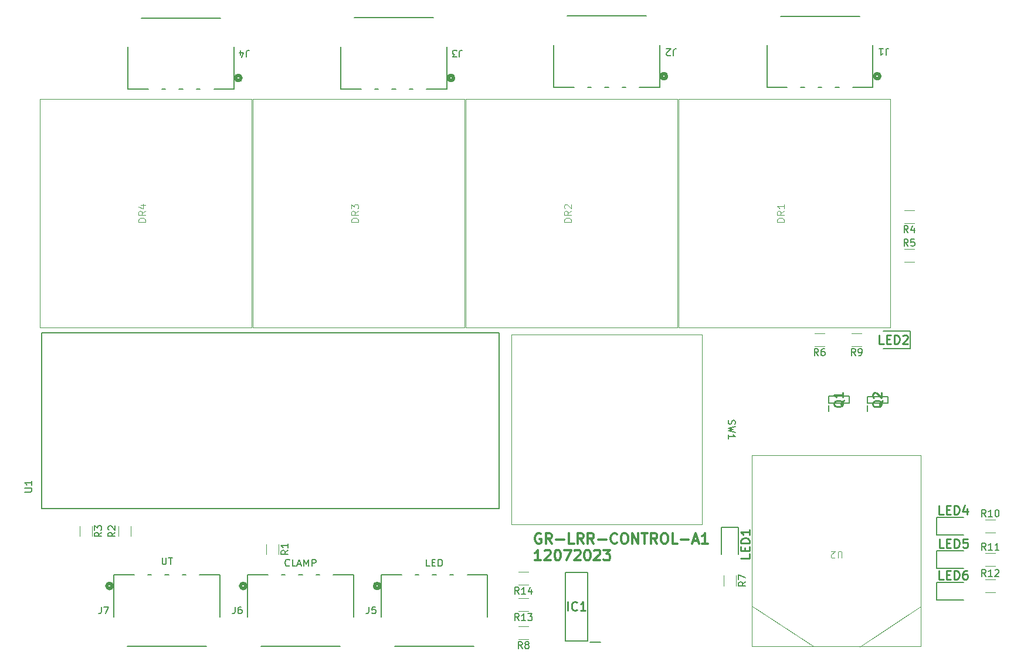
<source format=gbr>
%TF.GenerationSoftware,KiCad,Pcbnew,7.0.8*%
%TF.CreationDate,2023-12-07T17:58:44-07:00*%
%TF.ProjectId,GR-LRR-CONTROL-PCB,47522d4c-5252-42d4-934f-4e54524f4c2d,rev?*%
%TF.SameCoordinates,Original*%
%TF.FileFunction,Legend,Top*%
%TF.FilePolarity,Positive*%
%FSLAX46Y46*%
G04 Gerber Fmt 4.6, Leading zero omitted, Abs format (unit mm)*
G04 Created by KiCad (PCBNEW 7.0.8) date 2023-12-07 17:58:44*
%MOMM*%
%LPD*%
G01*
G04 APERTURE LIST*
%ADD10C,0.300000*%
%ADD11C,0.150000*%
%ADD12C,0.254000*%
%ADD13C,0.100000*%
%ADD14C,0.200000*%
%ADD15C,0.127000*%
%ADD16C,0.120000*%
%ADD17C,0.508000*%
%ADD18C,0.152400*%
G04 APERTURE END LIST*
D10*
X116275225Y-113686257D02*
X116132368Y-113614828D01*
X116132368Y-113614828D02*
X115918082Y-113614828D01*
X115918082Y-113614828D02*
X115703796Y-113686257D01*
X115703796Y-113686257D02*
X115560939Y-113829114D01*
X115560939Y-113829114D02*
X115489510Y-113971971D01*
X115489510Y-113971971D02*
X115418082Y-114257685D01*
X115418082Y-114257685D02*
X115418082Y-114471971D01*
X115418082Y-114471971D02*
X115489510Y-114757685D01*
X115489510Y-114757685D02*
X115560939Y-114900542D01*
X115560939Y-114900542D02*
X115703796Y-115043400D01*
X115703796Y-115043400D02*
X115918082Y-115114828D01*
X115918082Y-115114828D02*
X116060939Y-115114828D01*
X116060939Y-115114828D02*
X116275225Y-115043400D01*
X116275225Y-115043400D02*
X116346653Y-114971971D01*
X116346653Y-114971971D02*
X116346653Y-114471971D01*
X116346653Y-114471971D02*
X116060939Y-114471971D01*
X117846653Y-115114828D02*
X117346653Y-114400542D01*
X116989510Y-115114828D02*
X116989510Y-113614828D01*
X116989510Y-113614828D02*
X117560939Y-113614828D01*
X117560939Y-113614828D02*
X117703796Y-113686257D01*
X117703796Y-113686257D02*
X117775225Y-113757685D01*
X117775225Y-113757685D02*
X117846653Y-113900542D01*
X117846653Y-113900542D02*
X117846653Y-114114828D01*
X117846653Y-114114828D02*
X117775225Y-114257685D01*
X117775225Y-114257685D02*
X117703796Y-114329114D01*
X117703796Y-114329114D02*
X117560939Y-114400542D01*
X117560939Y-114400542D02*
X116989510Y-114400542D01*
X118489510Y-114543400D02*
X119632368Y-114543400D01*
X121060939Y-115114828D02*
X120346653Y-115114828D01*
X120346653Y-115114828D02*
X120346653Y-113614828D01*
X122418082Y-115114828D02*
X121918082Y-114400542D01*
X121560939Y-115114828D02*
X121560939Y-113614828D01*
X121560939Y-113614828D02*
X122132368Y-113614828D01*
X122132368Y-113614828D02*
X122275225Y-113686257D01*
X122275225Y-113686257D02*
X122346654Y-113757685D01*
X122346654Y-113757685D02*
X122418082Y-113900542D01*
X122418082Y-113900542D02*
X122418082Y-114114828D01*
X122418082Y-114114828D02*
X122346654Y-114257685D01*
X122346654Y-114257685D02*
X122275225Y-114329114D01*
X122275225Y-114329114D02*
X122132368Y-114400542D01*
X122132368Y-114400542D02*
X121560939Y-114400542D01*
X123918082Y-115114828D02*
X123418082Y-114400542D01*
X123060939Y-115114828D02*
X123060939Y-113614828D01*
X123060939Y-113614828D02*
X123632368Y-113614828D01*
X123632368Y-113614828D02*
X123775225Y-113686257D01*
X123775225Y-113686257D02*
X123846654Y-113757685D01*
X123846654Y-113757685D02*
X123918082Y-113900542D01*
X123918082Y-113900542D02*
X123918082Y-114114828D01*
X123918082Y-114114828D02*
X123846654Y-114257685D01*
X123846654Y-114257685D02*
X123775225Y-114329114D01*
X123775225Y-114329114D02*
X123632368Y-114400542D01*
X123632368Y-114400542D02*
X123060939Y-114400542D01*
X124560939Y-114543400D02*
X125703797Y-114543400D01*
X127275225Y-114971971D02*
X127203797Y-115043400D01*
X127203797Y-115043400D02*
X126989511Y-115114828D01*
X126989511Y-115114828D02*
X126846654Y-115114828D01*
X126846654Y-115114828D02*
X126632368Y-115043400D01*
X126632368Y-115043400D02*
X126489511Y-114900542D01*
X126489511Y-114900542D02*
X126418082Y-114757685D01*
X126418082Y-114757685D02*
X126346654Y-114471971D01*
X126346654Y-114471971D02*
X126346654Y-114257685D01*
X126346654Y-114257685D02*
X126418082Y-113971971D01*
X126418082Y-113971971D02*
X126489511Y-113829114D01*
X126489511Y-113829114D02*
X126632368Y-113686257D01*
X126632368Y-113686257D02*
X126846654Y-113614828D01*
X126846654Y-113614828D02*
X126989511Y-113614828D01*
X126989511Y-113614828D02*
X127203797Y-113686257D01*
X127203797Y-113686257D02*
X127275225Y-113757685D01*
X128203797Y-113614828D02*
X128489511Y-113614828D01*
X128489511Y-113614828D02*
X128632368Y-113686257D01*
X128632368Y-113686257D02*
X128775225Y-113829114D01*
X128775225Y-113829114D02*
X128846654Y-114114828D01*
X128846654Y-114114828D02*
X128846654Y-114614828D01*
X128846654Y-114614828D02*
X128775225Y-114900542D01*
X128775225Y-114900542D02*
X128632368Y-115043400D01*
X128632368Y-115043400D02*
X128489511Y-115114828D01*
X128489511Y-115114828D02*
X128203797Y-115114828D01*
X128203797Y-115114828D02*
X128060940Y-115043400D01*
X128060940Y-115043400D02*
X127918082Y-114900542D01*
X127918082Y-114900542D02*
X127846654Y-114614828D01*
X127846654Y-114614828D02*
X127846654Y-114114828D01*
X127846654Y-114114828D02*
X127918082Y-113829114D01*
X127918082Y-113829114D02*
X128060940Y-113686257D01*
X128060940Y-113686257D02*
X128203797Y-113614828D01*
X129489511Y-115114828D02*
X129489511Y-113614828D01*
X129489511Y-113614828D02*
X130346654Y-115114828D01*
X130346654Y-115114828D02*
X130346654Y-113614828D01*
X130846655Y-113614828D02*
X131703798Y-113614828D01*
X131275226Y-115114828D02*
X131275226Y-113614828D01*
X133060940Y-115114828D02*
X132560940Y-114400542D01*
X132203797Y-115114828D02*
X132203797Y-113614828D01*
X132203797Y-113614828D02*
X132775226Y-113614828D01*
X132775226Y-113614828D02*
X132918083Y-113686257D01*
X132918083Y-113686257D02*
X132989512Y-113757685D01*
X132989512Y-113757685D02*
X133060940Y-113900542D01*
X133060940Y-113900542D02*
X133060940Y-114114828D01*
X133060940Y-114114828D02*
X132989512Y-114257685D01*
X132989512Y-114257685D02*
X132918083Y-114329114D01*
X132918083Y-114329114D02*
X132775226Y-114400542D01*
X132775226Y-114400542D02*
X132203797Y-114400542D01*
X133989512Y-113614828D02*
X134275226Y-113614828D01*
X134275226Y-113614828D02*
X134418083Y-113686257D01*
X134418083Y-113686257D02*
X134560940Y-113829114D01*
X134560940Y-113829114D02*
X134632369Y-114114828D01*
X134632369Y-114114828D02*
X134632369Y-114614828D01*
X134632369Y-114614828D02*
X134560940Y-114900542D01*
X134560940Y-114900542D02*
X134418083Y-115043400D01*
X134418083Y-115043400D02*
X134275226Y-115114828D01*
X134275226Y-115114828D02*
X133989512Y-115114828D01*
X133989512Y-115114828D02*
X133846655Y-115043400D01*
X133846655Y-115043400D02*
X133703797Y-114900542D01*
X133703797Y-114900542D02*
X133632369Y-114614828D01*
X133632369Y-114614828D02*
X133632369Y-114114828D01*
X133632369Y-114114828D02*
X133703797Y-113829114D01*
X133703797Y-113829114D02*
X133846655Y-113686257D01*
X133846655Y-113686257D02*
X133989512Y-113614828D01*
X135989512Y-115114828D02*
X135275226Y-115114828D01*
X135275226Y-115114828D02*
X135275226Y-113614828D01*
X136489512Y-114543400D02*
X137632370Y-114543400D01*
X138275227Y-114686257D02*
X138989513Y-114686257D01*
X138132370Y-115114828D02*
X138632370Y-113614828D01*
X138632370Y-113614828D02*
X139132370Y-115114828D01*
X140418084Y-115114828D02*
X139560941Y-115114828D01*
X139989512Y-115114828D02*
X139989512Y-113614828D01*
X139989512Y-113614828D02*
X139846655Y-113829114D01*
X139846655Y-113829114D02*
X139703798Y-113971971D01*
X139703798Y-113971971D02*
X139560941Y-114043400D01*
X116275225Y-117529828D02*
X115418082Y-117529828D01*
X115846653Y-117529828D02*
X115846653Y-116029828D01*
X115846653Y-116029828D02*
X115703796Y-116244114D01*
X115703796Y-116244114D02*
X115560939Y-116386971D01*
X115560939Y-116386971D02*
X115418082Y-116458400D01*
X116846653Y-116172685D02*
X116918081Y-116101257D01*
X116918081Y-116101257D02*
X117060939Y-116029828D01*
X117060939Y-116029828D02*
X117418081Y-116029828D01*
X117418081Y-116029828D02*
X117560939Y-116101257D01*
X117560939Y-116101257D02*
X117632367Y-116172685D01*
X117632367Y-116172685D02*
X117703796Y-116315542D01*
X117703796Y-116315542D02*
X117703796Y-116458400D01*
X117703796Y-116458400D02*
X117632367Y-116672685D01*
X117632367Y-116672685D02*
X116775224Y-117529828D01*
X116775224Y-117529828D02*
X117703796Y-117529828D01*
X118632367Y-116029828D02*
X118775224Y-116029828D01*
X118775224Y-116029828D02*
X118918081Y-116101257D01*
X118918081Y-116101257D02*
X118989510Y-116172685D01*
X118989510Y-116172685D02*
X119060938Y-116315542D01*
X119060938Y-116315542D02*
X119132367Y-116601257D01*
X119132367Y-116601257D02*
X119132367Y-116958400D01*
X119132367Y-116958400D02*
X119060938Y-117244114D01*
X119060938Y-117244114D02*
X118989510Y-117386971D01*
X118989510Y-117386971D02*
X118918081Y-117458400D01*
X118918081Y-117458400D02*
X118775224Y-117529828D01*
X118775224Y-117529828D02*
X118632367Y-117529828D01*
X118632367Y-117529828D02*
X118489510Y-117458400D01*
X118489510Y-117458400D02*
X118418081Y-117386971D01*
X118418081Y-117386971D02*
X118346652Y-117244114D01*
X118346652Y-117244114D02*
X118275224Y-116958400D01*
X118275224Y-116958400D02*
X118275224Y-116601257D01*
X118275224Y-116601257D02*
X118346652Y-116315542D01*
X118346652Y-116315542D02*
X118418081Y-116172685D01*
X118418081Y-116172685D02*
X118489510Y-116101257D01*
X118489510Y-116101257D02*
X118632367Y-116029828D01*
X119632366Y-116029828D02*
X120632366Y-116029828D01*
X120632366Y-116029828D02*
X119989509Y-117529828D01*
X121132366Y-116172685D02*
X121203794Y-116101257D01*
X121203794Y-116101257D02*
X121346652Y-116029828D01*
X121346652Y-116029828D02*
X121703794Y-116029828D01*
X121703794Y-116029828D02*
X121846652Y-116101257D01*
X121846652Y-116101257D02*
X121918080Y-116172685D01*
X121918080Y-116172685D02*
X121989509Y-116315542D01*
X121989509Y-116315542D02*
X121989509Y-116458400D01*
X121989509Y-116458400D02*
X121918080Y-116672685D01*
X121918080Y-116672685D02*
X121060937Y-117529828D01*
X121060937Y-117529828D02*
X121989509Y-117529828D01*
X122918080Y-116029828D02*
X123060937Y-116029828D01*
X123060937Y-116029828D02*
X123203794Y-116101257D01*
X123203794Y-116101257D02*
X123275223Y-116172685D01*
X123275223Y-116172685D02*
X123346651Y-116315542D01*
X123346651Y-116315542D02*
X123418080Y-116601257D01*
X123418080Y-116601257D02*
X123418080Y-116958400D01*
X123418080Y-116958400D02*
X123346651Y-117244114D01*
X123346651Y-117244114D02*
X123275223Y-117386971D01*
X123275223Y-117386971D02*
X123203794Y-117458400D01*
X123203794Y-117458400D02*
X123060937Y-117529828D01*
X123060937Y-117529828D02*
X122918080Y-117529828D01*
X122918080Y-117529828D02*
X122775223Y-117458400D01*
X122775223Y-117458400D02*
X122703794Y-117386971D01*
X122703794Y-117386971D02*
X122632365Y-117244114D01*
X122632365Y-117244114D02*
X122560937Y-116958400D01*
X122560937Y-116958400D02*
X122560937Y-116601257D01*
X122560937Y-116601257D02*
X122632365Y-116315542D01*
X122632365Y-116315542D02*
X122703794Y-116172685D01*
X122703794Y-116172685D02*
X122775223Y-116101257D01*
X122775223Y-116101257D02*
X122918080Y-116029828D01*
X123989508Y-116172685D02*
X124060936Y-116101257D01*
X124060936Y-116101257D02*
X124203794Y-116029828D01*
X124203794Y-116029828D02*
X124560936Y-116029828D01*
X124560936Y-116029828D02*
X124703794Y-116101257D01*
X124703794Y-116101257D02*
X124775222Y-116172685D01*
X124775222Y-116172685D02*
X124846651Y-116315542D01*
X124846651Y-116315542D02*
X124846651Y-116458400D01*
X124846651Y-116458400D02*
X124775222Y-116672685D01*
X124775222Y-116672685D02*
X123918079Y-117529828D01*
X123918079Y-117529828D02*
X124846651Y-117529828D01*
X125346650Y-116029828D02*
X126275222Y-116029828D01*
X126275222Y-116029828D02*
X125775222Y-116601257D01*
X125775222Y-116601257D02*
X125989507Y-116601257D01*
X125989507Y-116601257D02*
X126132365Y-116672685D01*
X126132365Y-116672685D02*
X126203793Y-116744114D01*
X126203793Y-116744114D02*
X126275222Y-116886971D01*
X126275222Y-116886971D02*
X126275222Y-117244114D01*
X126275222Y-117244114D02*
X126203793Y-117386971D01*
X126203793Y-117386971D02*
X126132365Y-117458400D01*
X126132365Y-117458400D02*
X125989507Y-117529828D01*
X125989507Y-117529828D02*
X125560936Y-117529828D01*
X125560936Y-117529828D02*
X125418079Y-117458400D01*
X125418079Y-117458400D02*
X125346650Y-117386971D01*
D11*
X79985261Y-118287960D02*
X79937642Y-118335580D01*
X79937642Y-118335580D02*
X79794785Y-118383199D01*
X79794785Y-118383199D02*
X79699547Y-118383199D01*
X79699547Y-118383199D02*
X79556690Y-118335580D01*
X79556690Y-118335580D02*
X79461452Y-118240341D01*
X79461452Y-118240341D02*
X79413833Y-118145103D01*
X79413833Y-118145103D02*
X79366214Y-117954627D01*
X79366214Y-117954627D02*
X79366214Y-117811770D01*
X79366214Y-117811770D02*
X79413833Y-117621294D01*
X79413833Y-117621294D02*
X79461452Y-117526056D01*
X79461452Y-117526056D02*
X79556690Y-117430818D01*
X79556690Y-117430818D02*
X79699547Y-117383199D01*
X79699547Y-117383199D02*
X79794785Y-117383199D01*
X79794785Y-117383199D02*
X79937642Y-117430818D01*
X79937642Y-117430818D02*
X79985261Y-117478437D01*
X80890023Y-118383199D02*
X80413833Y-118383199D01*
X80413833Y-118383199D02*
X80413833Y-117383199D01*
X81175738Y-118097484D02*
X81651928Y-118097484D01*
X81080500Y-118383199D02*
X81413833Y-117383199D01*
X81413833Y-117383199D02*
X81747166Y-118383199D01*
X82080500Y-118383199D02*
X82080500Y-117383199D01*
X82080500Y-117383199D02*
X82413833Y-118097484D01*
X82413833Y-118097484D02*
X82747166Y-117383199D01*
X82747166Y-117383199D02*
X82747166Y-118383199D01*
X83223357Y-118383199D02*
X83223357Y-117383199D01*
X83223357Y-117383199D02*
X83604309Y-117383199D01*
X83604309Y-117383199D02*
X83699547Y-117430818D01*
X83699547Y-117430818D02*
X83747166Y-117478437D01*
X83747166Y-117478437D02*
X83794785Y-117573675D01*
X83794785Y-117573675D02*
X83794785Y-117716532D01*
X83794785Y-117716532D02*
X83747166Y-117811770D01*
X83747166Y-117811770D02*
X83699547Y-117859389D01*
X83699547Y-117859389D02*
X83604309Y-117907008D01*
X83604309Y-117907008D02*
X83223357Y-117907008D01*
X100241642Y-118383199D02*
X99765452Y-118383199D01*
X99765452Y-118383199D02*
X99765452Y-117383199D01*
X100574976Y-117859389D02*
X100908309Y-117859389D01*
X101051166Y-118383199D02*
X100574976Y-118383199D01*
X100574976Y-118383199D02*
X100574976Y-117383199D01*
X100574976Y-117383199D02*
X101051166Y-117383199D01*
X101479738Y-118383199D02*
X101479738Y-117383199D01*
X101479738Y-117383199D02*
X101717833Y-117383199D01*
X101717833Y-117383199D02*
X101860690Y-117430818D01*
X101860690Y-117430818D02*
X101955928Y-117526056D01*
X101955928Y-117526056D02*
X102003547Y-117621294D01*
X102003547Y-117621294D02*
X102051166Y-117811770D01*
X102051166Y-117811770D02*
X102051166Y-117954627D01*
X102051166Y-117954627D02*
X102003547Y-118145103D01*
X102003547Y-118145103D02*
X101955928Y-118240341D01*
X101955928Y-118240341D02*
X101860690Y-118335580D01*
X101860690Y-118335580D02*
X101717833Y-118383199D01*
X101717833Y-118383199D02*
X101479738Y-118383199D01*
D12*
X165587770Y-94447332D02*
X165527294Y-94568284D01*
X165527294Y-94568284D02*
X165406342Y-94689237D01*
X165406342Y-94689237D02*
X165224913Y-94870665D01*
X165224913Y-94870665D02*
X165164437Y-94991618D01*
X165164437Y-94991618D02*
X165164437Y-95112570D01*
X165466818Y-95052094D02*
X165406342Y-95173046D01*
X165406342Y-95173046D02*
X165285389Y-95293999D01*
X165285389Y-95293999D02*
X165043484Y-95354475D01*
X165043484Y-95354475D02*
X164620151Y-95354475D01*
X164620151Y-95354475D02*
X164378246Y-95293999D01*
X164378246Y-95293999D02*
X164257294Y-95173046D01*
X164257294Y-95173046D02*
X164196818Y-95052094D01*
X164196818Y-95052094D02*
X164196818Y-94810189D01*
X164196818Y-94810189D02*
X164257294Y-94689237D01*
X164257294Y-94689237D02*
X164378246Y-94568284D01*
X164378246Y-94568284D02*
X164620151Y-94507808D01*
X164620151Y-94507808D02*
X165043484Y-94507808D01*
X165043484Y-94507808D02*
X165285389Y-94568284D01*
X165285389Y-94568284D02*
X165406342Y-94689237D01*
X165406342Y-94689237D02*
X165466818Y-94810189D01*
X165466818Y-94810189D02*
X165466818Y-95052094D01*
X164317770Y-94023999D02*
X164257294Y-93963523D01*
X164257294Y-93963523D02*
X164196818Y-93842570D01*
X164196818Y-93842570D02*
X164196818Y-93540189D01*
X164196818Y-93540189D02*
X164257294Y-93419237D01*
X164257294Y-93419237D02*
X164317770Y-93358761D01*
X164317770Y-93358761D02*
X164438722Y-93298284D01*
X164438722Y-93298284D02*
X164559675Y-93298284D01*
X164559675Y-93298284D02*
X164741103Y-93358761D01*
X164741103Y-93358761D02*
X165466818Y-94084475D01*
X165466818Y-94084475D02*
X165466818Y-93298284D01*
X159999770Y-94427332D02*
X159939294Y-94548284D01*
X159939294Y-94548284D02*
X159818342Y-94669237D01*
X159818342Y-94669237D02*
X159636913Y-94850665D01*
X159636913Y-94850665D02*
X159576437Y-94971618D01*
X159576437Y-94971618D02*
X159576437Y-95092570D01*
X159878818Y-95032094D02*
X159818342Y-95153046D01*
X159818342Y-95153046D02*
X159697389Y-95273999D01*
X159697389Y-95273999D02*
X159455484Y-95334475D01*
X159455484Y-95334475D02*
X159032151Y-95334475D01*
X159032151Y-95334475D02*
X158790246Y-95273999D01*
X158790246Y-95273999D02*
X158669294Y-95153046D01*
X158669294Y-95153046D02*
X158608818Y-95032094D01*
X158608818Y-95032094D02*
X158608818Y-94790189D01*
X158608818Y-94790189D02*
X158669294Y-94669237D01*
X158669294Y-94669237D02*
X158790246Y-94548284D01*
X158790246Y-94548284D02*
X159032151Y-94487808D01*
X159032151Y-94487808D02*
X159455484Y-94487808D01*
X159455484Y-94487808D02*
X159697389Y-94548284D01*
X159697389Y-94548284D02*
X159818342Y-94669237D01*
X159818342Y-94669237D02*
X159878818Y-94790189D01*
X159878818Y-94790189D02*
X159878818Y-95032094D01*
X159878818Y-93278284D02*
X159878818Y-94003999D01*
X159878818Y-93641142D02*
X158608818Y-93641142D01*
X158608818Y-93641142D02*
X158790246Y-93762094D01*
X158790246Y-93762094D02*
X158911199Y-93883046D01*
X158911199Y-93883046D02*
X158971675Y-94003999D01*
D11*
X41792319Y-107641284D02*
X42601842Y-107641284D01*
X42601842Y-107641284D02*
X42697080Y-107593665D01*
X42697080Y-107593665D02*
X42744700Y-107546046D01*
X42744700Y-107546046D02*
X42792319Y-107450808D01*
X42792319Y-107450808D02*
X42792319Y-107260332D01*
X42792319Y-107260332D02*
X42744700Y-107165094D01*
X42744700Y-107165094D02*
X42697080Y-107117475D01*
X42697080Y-107117475D02*
X42601842Y-107069856D01*
X42601842Y-107069856D02*
X41792319Y-107069856D01*
X42792319Y-106069856D02*
X42792319Y-106641284D01*
X42792319Y-106355570D02*
X41792319Y-106355570D01*
X41792319Y-106355570D02*
X41935176Y-106450808D01*
X41935176Y-106450808D02*
X42030414Y-106546046D01*
X42030414Y-106546046D02*
X42078033Y-106641284D01*
X113123142Y-122416819D02*
X112789809Y-121940628D01*
X112551714Y-122416819D02*
X112551714Y-121416819D01*
X112551714Y-121416819D02*
X112932666Y-121416819D01*
X112932666Y-121416819D02*
X113027904Y-121464438D01*
X113027904Y-121464438D02*
X113075523Y-121512057D01*
X113075523Y-121512057D02*
X113123142Y-121607295D01*
X113123142Y-121607295D02*
X113123142Y-121750152D01*
X113123142Y-121750152D02*
X113075523Y-121845390D01*
X113075523Y-121845390D02*
X113027904Y-121893009D01*
X113027904Y-121893009D02*
X112932666Y-121940628D01*
X112932666Y-121940628D02*
X112551714Y-121940628D01*
X114075523Y-122416819D02*
X113504095Y-122416819D01*
X113789809Y-122416819D02*
X113789809Y-121416819D01*
X113789809Y-121416819D02*
X113694571Y-121559676D01*
X113694571Y-121559676D02*
X113599333Y-121654914D01*
X113599333Y-121654914D02*
X113504095Y-121702533D01*
X114932666Y-121750152D02*
X114932666Y-122416819D01*
X114694571Y-121369200D02*
X114456476Y-122083485D01*
X114456476Y-122083485D02*
X115075523Y-122083485D01*
X113123142Y-126226819D02*
X112789809Y-125750628D01*
X112551714Y-126226819D02*
X112551714Y-125226819D01*
X112551714Y-125226819D02*
X112932666Y-125226819D01*
X112932666Y-125226819D02*
X113027904Y-125274438D01*
X113027904Y-125274438D02*
X113075523Y-125322057D01*
X113075523Y-125322057D02*
X113123142Y-125417295D01*
X113123142Y-125417295D02*
X113123142Y-125560152D01*
X113123142Y-125560152D02*
X113075523Y-125655390D01*
X113075523Y-125655390D02*
X113027904Y-125703009D01*
X113027904Y-125703009D02*
X112932666Y-125750628D01*
X112932666Y-125750628D02*
X112551714Y-125750628D01*
X114075523Y-126226819D02*
X113504095Y-126226819D01*
X113789809Y-126226819D02*
X113789809Y-125226819D01*
X113789809Y-125226819D02*
X113694571Y-125369676D01*
X113694571Y-125369676D02*
X113599333Y-125464914D01*
X113599333Y-125464914D02*
X113504095Y-125512533D01*
X114408857Y-125226819D02*
X115027904Y-125226819D01*
X115027904Y-125226819D02*
X114694571Y-125607771D01*
X114694571Y-125607771D02*
X114837428Y-125607771D01*
X114837428Y-125607771D02*
X114932666Y-125655390D01*
X114932666Y-125655390D02*
X114980285Y-125703009D01*
X114980285Y-125703009D02*
X115027904Y-125798247D01*
X115027904Y-125798247D02*
X115027904Y-126036342D01*
X115027904Y-126036342D02*
X114980285Y-126131580D01*
X114980285Y-126131580D02*
X114932666Y-126179200D01*
X114932666Y-126179200D02*
X114837428Y-126226819D01*
X114837428Y-126226819D02*
X114551714Y-126226819D01*
X114551714Y-126226819D02*
X114456476Y-126179200D01*
X114456476Y-126179200D02*
X114408857Y-126131580D01*
X113599333Y-130290819D02*
X113266000Y-129814628D01*
X113027905Y-130290819D02*
X113027905Y-129290819D01*
X113027905Y-129290819D02*
X113408857Y-129290819D01*
X113408857Y-129290819D02*
X113504095Y-129338438D01*
X113504095Y-129338438D02*
X113551714Y-129386057D01*
X113551714Y-129386057D02*
X113599333Y-129481295D01*
X113599333Y-129481295D02*
X113599333Y-129624152D01*
X113599333Y-129624152D02*
X113551714Y-129719390D01*
X113551714Y-129719390D02*
X113504095Y-129767009D01*
X113504095Y-129767009D02*
X113408857Y-129814628D01*
X113408857Y-129814628D02*
X113027905Y-129814628D01*
X114170762Y-129719390D02*
X114075524Y-129671771D01*
X114075524Y-129671771D02*
X114027905Y-129624152D01*
X114027905Y-129624152D02*
X113980286Y-129528914D01*
X113980286Y-129528914D02*
X113980286Y-129481295D01*
X113980286Y-129481295D02*
X114027905Y-129386057D01*
X114027905Y-129386057D02*
X114075524Y-129338438D01*
X114075524Y-129338438D02*
X114170762Y-129290819D01*
X114170762Y-129290819D02*
X114361238Y-129290819D01*
X114361238Y-129290819D02*
X114456476Y-129338438D01*
X114456476Y-129338438D02*
X114504095Y-129386057D01*
X114504095Y-129386057D02*
X114551714Y-129481295D01*
X114551714Y-129481295D02*
X114551714Y-129528914D01*
X114551714Y-129528914D02*
X114504095Y-129624152D01*
X114504095Y-129624152D02*
X114456476Y-129671771D01*
X114456476Y-129671771D02*
X114361238Y-129719390D01*
X114361238Y-129719390D02*
X114170762Y-129719390D01*
X114170762Y-129719390D02*
X114075524Y-129767009D01*
X114075524Y-129767009D02*
X114027905Y-129814628D01*
X114027905Y-129814628D02*
X113980286Y-129909866D01*
X113980286Y-129909866D02*
X113980286Y-130100342D01*
X113980286Y-130100342D02*
X114027905Y-130195580D01*
X114027905Y-130195580D02*
X114075524Y-130243200D01*
X114075524Y-130243200D02*
X114170762Y-130290819D01*
X114170762Y-130290819D02*
X114361238Y-130290819D01*
X114361238Y-130290819D02*
X114456476Y-130243200D01*
X114456476Y-130243200D02*
X114504095Y-130195580D01*
X114504095Y-130195580D02*
X114551714Y-130100342D01*
X114551714Y-130100342D02*
X114551714Y-129909866D01*
X114551714Y-129909866D02*
X114504095Y-129814628D01*
X114504095Y-129814628D02*
X114456476Y-129767009D01*
X114456476Y-129767009D02*
X114361238Y-129719390D01*
X156343833Y-87945199D02*
X156010500Y-87469008D01*
X155772405Y-87945199D02*
X155772405Y-86945199D01*
X155772405Y-86945199D02*
X156153357Y-86945199D01*
X156153357Y-86945199D02*
X156248595Y-86992818D01*
X156248595Y-86992818D02*
X156296214Y-87040437D01*
X156296214Y-87040437D02*
X156343833Y-87135675D01*
X156343833Y-87135675D02*
X156343833Y-87278532D01*
X156343833Y-87278532D02*
X156296214Y-87373770D01*
X156296214Y-87373770D02*
X156248595Y-87421389D01*
X156248595Y-87421389D02*
X156153357Y-87469008D01*
X156153357Y-87469008D02*
X155772405Y-87469008D01*
X157200976Y-86945199D02*
X157010500Y-86945199D01*
X157010500Y-86945199D02*
X156915262Y-86992818D01*
X156915262Y-86992818D02*
X156867643Y-87040437D01*
X156867643Y-87040437D02*
X156772405Y-87183294D01*
X156772405Y-87183294D02*
X156724786Y-87373770D01*
X156724786Y-87373770D02*
X156724786Y-87754722D01*
X156724786Y-87754722D02*
X156772405Y-87849960D01*
X156772405Y-87849960D02*
X156820024Y-87897580D01*
X156820024Y-87897580D02*
X156915262Y-87945199D01*
X156915262Y-87945199D02*
X157105738Y-87945199D01*
X157105738Y-87945199D02*
X157200976Y-87897580D01*
X157200976Y-87897580D02*
X157248595Y-87849960D01*
X157248595Y-87849960D02*
X157296214Y-87754722D01*
X157296214Y-87754722D02*
X157296214Y-87516627D01*
X157296214Y-87516627D02*
X157248595Y-87421389D01*
X157248595Y-87421389D02*
X157200976Y-87373770D01*
X157200976Y-87373770D02*
X157105738Y-87326151D01*
X157105738Y-87326151D02*
X156915262Y-87326151D01*
X156915262Y-87326151D02*
X156820024Y-87373770D01*
X156820024Y-87373770D02*
X156772405Y-87421389D01*
X156772405Y-87421389D02*
X156724786Y-87516627D01*
D12*
X174393309Y-110882698D02*
X173788547Y-110882698D01*
X173788547Y-110882698D02*
X173788547Y-109612698D01*
X174816642Y-110217460D02*
X175239976Y-110217460D01*
X175421404Y-110882698D02*
X174816642Y-110882698D01*
X174816642Y-110882698D02*
X174816642Y-109612698D01*
X174816642Y-109612698D02*
X175421404Y-109612698D01*
X175965690Y-110882698D02*
X175965690Y-109612698D01*
X175965690Y-109612698D02*
X176268071Y-109612698D01*
X176268071Y-109612698D02*
X176449500Y-109673174D01*
X176449500Y-109673174D02*
X176570452Y-109794126D01*
X176570452Y-109794126D02*
X176630929Y-109915079D01*
X176630929Y-109915079D02*
X176691405Y-110156983D01*
X176691405Y-110156983D02*
X176691405Y-110338412D01*
X176691405Y-110338412D02*
X176630929Y-110580317D01*
X176630929Y-110580317D02*
X176570452Y-110701269D01*
X176570452Y-110701269D02*
X176449500Y-110822222D01*
X176449500Y-110822222D02*
X176268071Y-110882698D01*
X176268071Y-110882698D02*
X175965690Y-110882698D01*
X177779976Y-110036031D02*
X177779976Y-110882698D01*
X177477595Y-109552222D02*
X177175214Y-110459364D01*
X177175214Y-110459364D02*
X177961405Y-110459364D01*
X146416818Y-116607570D02*
X146416818Y-117212332D01*
X146416818Y-117212332D02*
X145146818Y-117212332D01*
X145751580Y-116184237D02*
X145751580Y-115760903D01*
X146416818Y-115579475D02*
X146416818Y-116184237D01*
X146416818Y-116184237D02*
X145146818Y-116184237D01*
X145146818Y-116184237D02*
X145146818Y-115579475D01*
X146416818Y-115035189D02*
X145146818Y-115035189D01*
X145146818Y-115035189D02*
X145146818Y-114732808D01*
X145146818Y-114732808D02*
X145207294Y-114551379D01*
X145207294Y-114551379D02*
X145328246Y-114430427D01*
X145328246Y-114430427D02*
X145449199Y-114369950D01*
X145449199Y-114369950D02*
X145691103Y-114309474D01*
X145691103Y-114309474D02*
X145872532Y-114309474D01*
X145872532Y-114309474D02*
X146114437Y-114369950D01*
X146114437Y-114369950D02*
X146235389Y-114430427D01*
X146235389Y-114430427D02*
X146356342Y-114551379D01*
X146356342Y-114551379D02*
X146416818Y-114732808D01*
X146416818Y-114732808D02*
X146416818Y-115035189D01*
X146416818Y-113099950D02*
X146416818Y-113825665D01*
X146416818Y-113462808D02*
X145146818Y-113462808D01*
X145146818Y-113462808D02*
X145328246Y-113583760D01*
X145328246Y-113583760D02*
X145449199Y-113704712D01*
X145449199Y-113704712D02*
X145509675Y-113825665D01*
D11*
X180505642Y-119865199D02*
X180172309Y-119389008D01*
X179934214Y-119865199D02*
X179934214Y-118865199D01*
X179934214Y-118865199D02*
X180315166Y-118865199D01*
X180315166Y-118865199D02*
X180410404Y-118912818D01*
X180410404Y-118912818D02*
X180458023Y-118960437D01*
X180458023Y-118960437D02*
X180505642Y-119055675D01*
X180505642Y-119055675D02*
X180505642Y-119198532D01*
X180505642Y-119198532D02*
X180458023Y-119293770D01*
X180458023Y-119293770D02*
X180410404Y-119341389D01*
X180410404Y-119341389D02*
X180315166Y-119389008D01*
X180315166Y-119389008D02*
X179934214Y-119389008D01*
X181458023Y-119865199D02*
X180886595Y-119865199D01*
X181172309Y-119865199D02*
X181172309Y-118865199D01*
X181172309Y-118865199D02*
X181077071Y-119008056D01*
X181077071Y-119008056D02*
X180981833Y-119103294D01*
X180981833Y-119103294D02*
X180886595Y-119150913D01*
X181838976Y-118960437D02*
X181886595Y-118912818D01*
X181886595Y-118912818D02*
X181981833Y-118865199D01*
X181981833Y-118865199D02*
X182219928Y-118865199D01*
X182219928Y-118865199D02*
X182315166Y-118912818D01*
X182315166Y-118912818D02*
X182362785Y-118960437D01*
X182362785Y-118960437D02*
X182410404Y-119055675D01*
X182410404Y-119055675D02*
X182410404Y-119150913D01*
X182410404Y-119150913D02*
X182362785Y-119293770D01*
X182362785Y-119293770D02*
X181791357Y-119865199D01*
X181791357Y-119865199D02*
X182410404Y-119865199D01*
D13*
X120663919Y-68620474D02*
X119663919Y-68620474D01*
X119663919Y-68620474D02*
X119663919Y-68382379D01*
X119663919Y-68382379D02*
X119711538Y-68239522D01*
X119711538Y-68239522D02*
X119806776Y-68144284D01*
X119806776Y-68144284D02*
X119902014Y-68096665D01*
X119902014Y-68096665D02*
X120092490Y-68049046D01*
X120092490Y-68049046D02*
X120235347Y-68049046D01*
X120235347Y-68049046D02*
X120425823Y-68096665D01*
X120425823Y-68096665D02*
X120521061Y-68144284D01*
X120521061Y-68144284D02*
X120616300Y-68239522D01*
X120616300Y-68239522D02*
X120663919Y-68382379D01*
X120663919Y-68382379D02*
X120663919Y-68620474D01*
X120663919Y-67049046D02*
X120187728Y-67382379D01*
X120663919Y-67620474D02*
X119663919Y-67620474D01*
X119663919Y-67620474D02*
X119663919Y-67239522D01*
X119663919Y-67239522D02*
X119711538Y-67144284D01*
X119711538Y-67144284D02*
X119759157Y-67096665D01*
X119759157Y-67096665D02*
X119854395Y-67049046D01*
X119854395Y-67049046D02*
X119997252Y-67049046D01*
X119997252Y-67049046D02*
X120092490Y-67096665D01*
X120092490Y-67096665D02*
X120140109Y-67144284D01*
X120140109Y-67144284D02*
X120187728Y-67239522D01*
X120187728Y-67239522D02*
X120187728Y-67620474D01*
X119759157Y-66668093D02*
X119711538Y-66620474D01*
X119711538Y-66620474D02*
X119663919Y-66525236D01*
X119663919Y-66525236D02*
X119663919Y-66287141D01*
X119663919Y-66287141D02*
X119711538Y-66191903D01*
X119711538Y-66191903D02*
X119759157Y-66144284D01*
X119759157Y-66144284D02*
X119854395Y-66096665D01*
X119854395Y-66096665D02*
X119949633Y-66096665D01*
X119949633Y-66096665D02*
X120092490Y-66144284D01*
X120092490Y-66144284D02*
X120663919Y-66715712D01*
X120663919Y-66715712D02*
X120663919Y-66096665D01*
D11*
X145831319Y-120635046D02*
X145355128Y-120968379D01*
X145831319Y-121206474D02*
X144831319Y-121206474D01*
X144831319Y-121206474D02*
X144831319Y-120825522D01*
X144831319Y-120825522D02*
X144878938Y-120730284D01*
X144878938Y-120730284D02*
X144926557Y-120682665D01*
X144926557Y-120682665D02*
X145021795Y-120635046D01*
X145021795Y-120635046D02*
X145164652Y-120635046D01*
X145164652Y-120635046D02*
X145259890Y-120682665D01*
X145259890Y-120682665D02*
X145307509Y-120730284D01*
X145307509Y-120730284D02*
X145355128Y-120825522D01*
X145355128Y-120825522D02*
X145355128Y-121206474D01*
X144831319Y-120301712D02*
X144831319Y-119635046D01*
X144831319Y-119635046D02*
X145831319Y-120063617D01*
X166107833Y-44559560D02*
X166107833Y-43845275D01*
X166107833Y-43845275D02*
X166155452Y-43702418D01*
X166155452Y-43702418D02*
X166250690Y-43607180D01*
X166250690Y-43607180D02*
X166393547Y-43559560D01*
X166393547Y-43559560D02*
X166488785Y-43559560D01*
X165107833Y-43559560D02*
X165679261Y-43559560D01*
X165393547Y-43559560D02*
X165393547Y-44559560D01*
X165393547Y-44559560D02*
X165488785Y-44416703D01*
X165488785Y-44416703D02*
X165584023Y-44321465D01*
X165584023Y-44321465D02*
X165679261Y-44273846D01*
X169297833Y-70165199D02*
X168964500Y-69689008D01*
X168726405Y-70165199D02*
X168726405Y-69165199D01*
X168726405Y-69165199D02*
X169107357Y-69165199D01*
X169107357Y-69165199D02*
X169202595Y-69212818D01*
X169202595Y-69212818D02*
X169250214Y-69260437D01*
X169250214Y-69260437D02*
X169297833Y-69355675D01*
X169297833Y-69355675D02*
X169297833Y-69498532D01*
X169297833Y-69498532D02*
X169250214Y-69593770D01*
X169250214Y-69593770D02*
X169202595Y-69641389D01*
X169202595Y-69641389D02*
X169107357Y-69689008D01*
X169107357Y-69689008D02*
X168726405Y-69689008D01*
X170154976Y-69498532D02*
X170154976Y-70165199D01*
X169916881Y-69117580D02*
X169678786Y-69831865D01*
X169678786Y-69831865D02*
X170297833Y-69831865D01*
D13*
X159736204Y-117192960D02*
X159736204Y-116383437D01*
X159736204Y-116383437D02*
X159688585Y-116288199D01*
X159688585Y-116288199D02*
X159640966Y-116240580D01*
X159640966Y-116240580D02*
X159545728Y-116192960D01*
X159545728Y-116192960D02*
X159355252Y-116192960D01*
X159355252Y-116192960D02*
X159260014Y-116240580D01*
X159260014Y-116240580D02*
X159212395Y-116288199D01*
X159212395Y-116288199D02*
X159164776Y-116383437D01*
X159164776Y-116383437D02*
X159164776Y-117192960D01*
X158736204Y-117097722D02*
X158688585Y-117145341D01*
X158688585Y-117145341D02*
X158593347Y-117192960D01*
X158593347Y-117192960D02*
X158355252Y-117192960D01*
X158355252Y-117192960D02*
X158260014Y-117145341D01*
X158260014Y-117145341D02*
X158212395Y-117097722D01*
X158212395Y-117097722D02*
X158164776Y-117002484D01*
X158164776Y-117002484D02*
X158164776Y-116907246D01*
X158164776Y-116907246D02*
X158212395Y-116764389D01*
X158212395Y-116764389D02*
X158783823Y-116192960D01*
X158783823Y-116192960D02*
X158164776Y-116192960D01*
D11*
X72123166Y-124245111D02*
X72123166Y-124959396D01*
X72123166Y-124959396D02*
X72075547Y-125102253D01*
X72075547Y-125102253D02*
X71980309Y-125197492D01*
X71980309Y-125197492D02*
X71837452Y-125245111D01*
X71837452Y-125245111D02*
X71742214Y-125245111D01*
X73027928Y-124245111D02*
X72837452Y-124245111D01*
X72837452Y-124245111D02*
X72742214Y-124292730D01*
X72742214Y-124292730D02*
X72694595Y-124340349D01*
X72694595Y-124340349D02*
X72599357Y-124483206D01*
X72599357Y-124483206D02*
X72551738Y-124673682D01*
X72551738Y-124673682D02*
X72551738Y-125054634D01*
X72551738Y-125054634D02*
X72599357Y-125149872D01*
X72599357Y-125149872D02*
X72646976Y-125197492D01*
X72646976Y-125197492D02*
X72742214Y-125245111D01*
X72742214Y-125245111D02*
X72932690Y-125245111D01*
X72932690Y-125245111D02*
X73027928Y-125197492D01*
X73027928Y-125197492D02*
X73075547Y-125149872D01*
X73075547Y-125149872D02*
X73123166Y-125054634D01*
X73123166Y-125054634D02*
X73123166Y-124816539D01*
X73123166Y-124816539D02*
X73075547Y-124721301D01*
X73075547Y-124721301D02*
X73027928Y-124673682D01*
X73027928Y-124673682D02*
X72932690Y-124626063D01*
X72932690Y-124626063D02*
X72742214Y-124626063D01*
X72742214Y-124626063D02*
X72646976Y-124673682D01*
X72646976Y-124673682D02*
X72599357Y-124721301D01*
X72599357Y-124721301D02*
X72551738Y-124816539D01*
D13*
X89919919Y-68620474D02*
X88919919Y-68620474D01*
X88919919Y-68620474D02*
X88919919Y-68382379D01*
X88919919Y-68382379D02*
X88967538Y-68239522D01*
X88967538Y-68239522D02*
X89062776Y-68144284D01*
X89062776Y-68144284D02*
X89158014Y-68096665D01*
X89158014Y-68096665D02*
X89348490Y-68049046D01*
X89348490Y-68049046D02*
X89491347Y-68049046D01*
X89491347Y-68049046D02*
X89681823Y-68096665D01*
X89681823Y-68096665D02*
X89777061Y-68144284D01*
X89777061Y-68144284D02*
X89872300Y-68239522D01*
X89872300Y-68239522D02*
X89919919Y-68382379D01*
X89919919Y-68382379D02*
X89919919Y-68620474D01*
X89919919Y-67049046D02*
X89443728Y-67382379D01*
X89919919Y-67620474D02*
X88919919Y-67620474D01*
X88919919Y-67620474D02*
X88919919Y-67239522D01*
X88919919Y-67239522D02*
X88967538Y-67144284D01*
X88967538Y-67144284D02*
X89015157Y-67096665D01*
X89015157Y-67096665D02*
X89110395Y-67049046D01*
X89110395Y-67049046D02*
X89253252Y-67049046D01*
X89253252Y-67049046D02*
X89348490Y-67096665D01*
X89348490Y-67096665D02*
X89396109Y-67144284D01*
X89396109Y-67144284D02*
X89443728Y-67239522D01*
X89443728Y-67239522D02*
X89443728Y-67620474D01*
X88919919Y-66715712D02*
X88919919Y-66096665D01*
X88919919Y-66096665D02*
X89300871Y-66429998D01*
X89300871Y-66429998D02*
X89300871Y-66287141D01*
X89300871Y-66287141D02*
X89348490Y-66191903D01*
X89348490Y-66191903D02*
X89396109Y-66144284D01*
X89396109Y-66144284D02*
X89491347Y-66096665D01*
X89491347Y-66096665D02*
X89729442Y-66096665D01*
X89729442Y-66096665D02*
X89824680Y-66144284D01*
X89824680Y-66144284D02*
X89872300Y-66191903D01*
X89872300Y-66191903D02*
X89919919Y-66287141D01*
X89919919Y-66287141D02*
X89919919Y-66572855D01*
X89919919Y-66572855D02*
X89872300Y-66668093D01*
X89872300Y-66668093D02*
X89824680Y-66715712D01*
D11*
X169297833Y-72113199D02*
X168964500Y-71637008D01*
X168726405Y-72113199D02*
X168726405Y-71113199D01*
X168726405Y-71113199D02*
X169107357Y-71113199D01*
X169107357Y-71113199D02*
X169202595Y-71160818D01*
X169202595Y-71160818D02*
X169250214Y-71208437D01*
X169250214Y-71208437D02*
X169297833Y-71303675D01*
X169297833Y-71303675D02*
X169297833Y-71446532D01*
X169297833Y-71446532D02*
X169250214Y-71541770D01*
X169250214Y-71541770D02*
X169202595Y-71589389D01*
X169202595Y-71589389D02*
X169107357Y-71637008D01*
X169107357Y-71637008D02*
X168726405Y-71637008D01*
X170202595Y-71113199D02*
X169726405Y-71113199D01*
X169726405Y-71113199D02*
X169678786Y-71589389D01*
X169678786Y-71589389D02*
X169726405Y-71541770D01*
X169726405Y-71541770D02*
X169821643Y-71494151D01*
X169821643Y-71494151D02*
X170059738Y-71494151D01*
X170059738Y-71494151D02*
X170154976Y-71541770D01*
X170154976Y-71541770D02*
X170202595Y-71589389D01*
X170202595Y-71589389D02*
X170250214Y-71684627D01*
X170250214Y-71684627D02*
X170250214Y-71922722D01*
X170250214Y-71922722D02*
X170202595Y-72017960D01*
X170202595Y-72017960D02*
X170154976Y-72065580D01*
X170154976Y-72065580D02*
X170059738Y-72113199D01*
X170059738Y-72113199D02*
X169821643Y-72113199D01*
X169821643Y-72113199D02*
X169726405Y-72065580D01*
X169726405Y-72065580D02*
X169678786Y-72017960D01*
D12*
X174393309Y-120280698D02*
X173788547Y-120280698D01*
X173788547Y-120280698D02*
X173788547Y-119010698D01*
X174816642Y-119615460D02*
X175239976Y-119615460D01*
X175421404Y-120280698D02*
X174816642Y-120280698D01*
X174816642Y-120280698D02*
X174816642Y-119010698D01*
X174816642Y-119010698D02*
X175421404Y-119010698D01*
X175965690Y-120280698D02*
X175965690Y-119010698D01*
X175965690Y-119010698D02*
X176268071Y-119010698D01*
X176268071Y-119010698D02*
X176449500Y-119071174D01*
X176449500Y-119071174D02*
X176570452Y-119192126D01*
X176570452Y-119192126D02*
X176630929Y-119313079D01*
X176630929Y-119313079D02*
X176691405Y-119554983D01*
X176691405Y-119554983D02*
X176691405Y-119736412D01*
X176691405Y-119736412D02*
X176630929Y-119978317D01*
X176630929Y-119978317D02*
X176570452Y-120099269D01*
X176570452Y-120099269D02*
X176449500Y-120220222D01*
X176449500Y-120220222D02*
X176268071Y-120280698D01*
X176268071Y-120280698D02*
X175965690Y-120280698D01*
X177779976Y-119010698D02*
X177538071Y-119010698D01*
X177538071Y-119010698D02*
X177417119Y-119071174D01*
X177417119Y-119071174D02*
X177356643Y-119131650D01*
X177356643Y-119131650D02*
X177235690Y-119313079D01*
X177235690Y-119313079D02*
X177175214Y-119554983D01*
X177175214Y-119554983D02*
X177175214Y-120038793D01*
X177175214Y-120038793D02*
X177235690Y-120159745D01*
X177235690Y-120159745D02*
X177296167Y-120220222D01*
X177296167Y-120220222D02*
X177417119Y-120280698D01*
X177417119Y-120280698D02*
X177659024Y-120280698D01*
X177659024Y-120280698D02*
X177779976Y-120220222D01*
X177779976Y-120220222D02*
X177840452Y-120159745D01*
X177840452Y-120159745D02*
X177900929Y-120038793D01*
X177900929Y-120038793D02*
X177900929Y-119736412D01*
X177900929Y-119736412D02*
X177840452Y-119615460D01*
X177840452Y-119615460D02*
X177779976Y-119554983D01*
X177779976Y-119554983D02*
X177659024Y-119494507D01*
X177659024Y-119494507D02*
X177417119Y-119494507D01*
X177417119Y-119494507D02*
X177296167Y-119554983D01*
X177296167Y-119554983D02*
X177235690Y-119615460D01*
X177235690Y-119615460D02*
X177175214Y-119736412D01*
X165757309Y-86244698D02*
X165152547Y-86244698D01*
X165152547Y-86244698D02*
X165152547Y-84974698D01*
X166180642Y-85579460D02*
X166603976Y-85579460D01*
X166785404Y-86244698D02*
X166180642Y-86244698D01*
X166180642Y-86244698D02*
X166180642Y-84974698D01*
X166180642Y-84974698D02*
X166785404Y-84974698D01*
X167329690Y-86244698D02*
X167329690Y-84974698D01*
X167329690Y-84974698D02*
X167632071Y-84974698D01*
X167632071Y-84974698D02*
X167813500Y-85035174D01*
X167813500Y-85035174D02*
X167934452Y-85156126D01*
X167934452Y-85156126D02*
X167994929Y-85277079D01*
X167994929Y-85277079D02*
X168055405Y-85518983D01*
X168055405Y-85518983D02*
X168055405Y-85700412D01*
X168055405Y-85700412D02*
X167994929Y-85942317D01*
X167994929Y-85942317D02*
X167934452Y-86063269D01*
X167934452Y-86063269D02*
X167813500Y-86184222D01*
X167813500Y-86184222D02*
X167632071Y-86244698D01*
X167632071Y-86244698D02*
X167329690Y-86244698D01*
X168539214Y-85095650D02*
X168599690Y-85035174D01*
X168599690Y-85035174D02*
X168720643Y-84974698D01*
X168720643Y-84974698D02*
X169023024Y-84974698D01*
X169023024Y-84974698D02*
X169143976Y-85035174D01*
X169143976Y-85035174D02*
X169204452Y-85095650D01*
X169204452Y-85095650D02*
X169264929Y-85216602D01*
X169264929Y-85216602D02*
X169264929Y-85337555D01*
X169264929Y-85337555D02*
X169204452Y-85518983D01*
X169204452Y-85518983D02*
X168478738Y-86244698D01*
X168478738Y-86244698D02*
X169264929Y-86244698D01*
D11*
X91447166Y-124245111D02*
X91447166Y-124959396D01*
X91447166Y-124959396D02*
X91399547Y-125102253D01*
X91399547Y-125102253D02*
X91304309Y-125197492D01*
X91304309Y-125197492D02*
X91161452Y-125245111D01*
X91161452Y-125245111D02*
X91066214Y-125245111D01*
X92399547Y-124245111D02*
X91923357Y-124245111D01*
X91923357Y-124245111D02*
X91875738Y-124721301D01*
X91875738Y-124721301D02*
X91923357Y-124673682D01*
X91923357Y-124673682D02*
X92018595Y-124626063D01*
X92018595Y-124626063D02*
X92256690Y-124626063D01*
X92256690Y-124626063D02*
X92351928Y-124673682D01*
X92351928Y-124673682D02*
X92399547Y-124721301D01*
X92399547Y-124721301D02*
X92447166Y-124816539D01*
X92447166Y-124816539D02*
X92447166Y-125054634D01*
X92447166Y-125054634D02*
X92399547Y-125149872D01*
X92399547Y-125149872D02*
X92351928Y-125197492D01*
X92351928Y-125197492D02*
X92256690Y-125245111D01*
X92256690Y-125245111D02*
X92018595Y-125245111D01*
X92018595Y-125245111D02*
X91923357Y-125197492D01*
X91923357Y-125197492D02*
X91875738Y-125149872D01*
X52819166Y-124245111D02*
X52819166Y-124959396D01*
X52819166Y-124959396D02*
X52771547Y-125102253D01*
X52771547Y-125102253D02*
X52676309Y-125197492D01*
X52676309Y-125197492D02*
X52533452Y-125245111D01*
X52533452Y-125245111D02*
X52438214Y-125245111D01*
X53200119Y-124245111D02*
X53866785Y-124245111D01*
X53866785Y-124245111D02*
X53438214Y-125245111D01*
X61609833Y-117129199D02*
X61609833Y-117938722D01*
X61609833Y-117938722D02*
X61657452Y-118033960D01*
X61657452Y-118033960D02*
X61705071Y-118081580D01*
X61705071Y-118081580D02*
X61800309Y-118129199D01*
X61800309Y-118129199D02*
X61990785Y-118129199D01*
X61990785Y-118129199D02*
X62086023Y-118081580D01*
X62086023Y-118081580D02*
X62133642Y-118033960D01*
X62133642Y-118033960D02*
X62181261Y-117938722D01*
X62181261Y-117938722D02*
X62181261Y-117129199D01*
X62514595Y-117129199D02*
X63086023Y-117129199D01*
X62800309Y-118129199D02*
X62800309Y-117129199D01*
X161701833Y-87945199D02*
X161368500Y-87469008D01*
X161130405Y-87945199D02*
X161130405Y-86945199D01*
X161130405Y-86945199D02*
X161511357Y-86945199D01*
X161511357Y-86945199D02*
X161606595Y-86992818D01*
X161606595Y-86992818D02*
X161654214Y-87040437D01*
X161654214Y-87040437D02*
X161701833Y-87135675D01*
X161701833Y-87135675D02*
X161701833Y-87278532D01*
X161701833Y-87278532D02*
X161654214Y-87373770D01*
X161654214Y-87373770D02*
X161606595Y-87421389D01*
X161606595Y-87421389D02*
X161511357Y-87469008D01*
X161511357Y-87469008D02*
X161130405Y-87469008D01*
X162178024Y-87945199D02*
X162368500Y-87945199D01*
X162368500Y-87945199D02*
X162463738Y-87897580D01*
X162463738Y-87897580D02*
X162511357Y-87849960D01*
X162511357Y-87849960D02*
X162606595Y-87707103D01*
X162606595Y-87707103D02*
X162654214Y-87516627D01*
X162654214Y-87516627D02*
X162654214Y-87135675D01*
X162654214Y-87135675D02*
X162606595Y-87040437D01*
X162606595Y-87040437D02*
X162558976Y-86992818D01*
X162558976Y-86992818D02*
X162463738Y-86945199D01*
X162463738Y-86945199D02*
X162273262Y-86945199D01*
X162273262Y-86945199D02*
X162178024Y-86992818D01*
X162178024Y-86992818D02*
X162130405Y-87040437D01*
X162130405Y-87040437D02*
X162082786Y-87135675D01*
X162082786Y-87135675D02*
X162082786Y-87373770D01*
X162082786Y-87373770D02*
X162130405Y-87469008D01*
X162130405Y-87469008D02*
X162178024Y-87516627D01*
X162178024Y-87516627D02*
X162273262Y-87564246D01*
X162273262Y-87564246D02*
X162463738Y-87564246D01*
X162463738Y-87564246D02*
X162558976Y-87516627D01*
X162558976Y-87516627D02*
X162606595Y-87469008D01*
X162606595Y-87469008D02*
X162654214Y-87373770D01*
X180505642Y-116055199D02*
X180172309Y-115579008D01*
X179934214Y-116055199D02*
X179934214Y-115055199D01*
X179934214Y-115055199D02*
X180315166Y-115055199D01*
X180315166Y-115055199D02*
X180410404Y-115102818D01*
X180410404Y-115102818D02*
X180458023Y-115150437D01*
X180458023Y-115150437D02*
X180505642Y-115245675D01*
X180505642Y-115245675D02*
X180505642Y-115388532D01*
X180505642Y-115388532D02*
X180458023Y-115483770D01*
X180458023Y-115483770D02*
X180410404Y-115531389D01*
X180410404Y-115531389D02*
X180315166Y-115579008D01*
X180315166Y-115579008D02*
X179934214Y-115579008D01*
X181458023Y-116055199D02*
X180886595Y-116055199D01*
X181172309Y-116055199D02*
X181172309Y-115055199D01*
X181172309Y-115055199D02*
X181077071Y-115198056D01*
X181077071Y-115198056D02*
X180981833Y-115293294D01*
X180981833Y-115293294D02*
X180886595Y-115340913D01*
X182410404Y-116055199D02*
X181838976Y-116055199D01*
X182124690Y-116055199D02*
X182124690Y-115055199D01*
X182124690Y-115055199D02*
X182029452Y-115198056D01*
X182029452Y-115198056D02*
X181934214Y-115293294D01*
X181934214Y-115293294D02*
X181838976Y-115340913D01*
X54815319Y-113497046D02*
X54339128Y-113830379D01*
X54815319Y-114068474D02*
X53815319Y-114068474D01*
X53815319Y-114068474D02*
X53815319Y-113687522D01*
X53815319Y-113687522D02*
X53862938Y-113592284D01*
X53862938Y-113592284D02*
X53910557Y-113544665D01*
X53910557Y-113544665D02*
X54005795Y-113497046D01*
X54005795Y-113497046D02*
X54148652Y-113497046D01*
X54148652Y-113497046D02*
X54243890Y-113544665D01*
X54243890Y-113544665D02*
X54291509Y-113592284D01*
X54291509Y-113592284D02*
X54339128Y-113687522D01*
X54339128Y-113687522D02*
X54339128Y-114068474D01*
X53910557Y-113116093D02*
X53862938Y-113068474D01*
X53862938Y-113068474D02*
X53815319Y-112973236D01*
X53815319Y-112973236D02*
X53815319Y-112735141D01*
X53815319Y-112735141D02*
X53862938Y-112639903D01*
X53862938Y-112639903D02*
X53910557Y-112592284D01*
X53910557Y-112592284D02*
X54005795Y-112544665D01*
X54005795Y-112544665D02*
X54101033Y-112544665D01*
X54101033Y-112544665D02*
X54243890Y-112592284D01*
X54243890Y-112592284D02*
X54815319Y-113163712D01*
X54815319Y-113163712D02*
X54815319Y-112544665D01*
X180505642Y-111229199D02*
X180172309Y-110753008D01*
X179934214Y-111229199D02*
X179934214Y-110229199D01*
X179934214Y-110229199D02*
X180315166Y-110229199D01*
X180315166Y-110229199D02*
X180410404Y-110276818D01*
X180410404Y-110276818D02*
X180458023Y-110324437D01*
X180458023Y-110324437D02*
X180505642Y-110419675D01*
X180505642Y-110419675D02*
X180505642Y-110562532D01*
X180505642Y-110562532D02*
X180458023Y-110657770D01*
X180458023Y-110657770D02*
X180410404Y-110705389D01*
X180410404Y-110705389D02*
X180315166Y-110753008D01*
X180315166Y-110753008D02*
X179934214Y-110753008D01*
X181458023Y-111229199D02*
X180886595Y-111229199D01*
X181172309Y-111229199D02*
X181172309Y-110229199D01*
X181172309Y-110229199D02*
X181077071Y-110372056D01*
X181077071Y-110372056D02*
X180981833Y-110467294D01*
X180981833Y-110467294D02*
X180886595Y-110514913D01*
X182077071Y-110229199D02*
X182172309Y-110229199D01*
X182172309Y-110229199D02*
X182267547Y-110276818D01*
X182267547Y-110276818D02*
X182315166Y-110324437D01*
X182315166Y-110324437D02*
X182362785Y-110419675D01*
X182362785Y-110419675D02*
X182410404Y-110610151D01*
X182410404Y-110610151D02*
X182410404Y-110848246D01*
X182410404Y-110848246D02*
X182362785Y-111038722D01*
X182362785Y-111038722D02*
X182315166Y-111133960D01*
X182315166Y-111133960D02*
X182267547Y-111181580D01*
X182267547Y-111181580D02*
X182172309Y-111229199D01*
X182172309Y-111229199D02*
X182077071Y-111229199D01*
X182077071Y-111229199D02*
X181981833Y-111181580D01*
X181981833Y-111181580D02*
X181934214Y-111133960D01*
X181934214Y-111133960D02*
X181886595Y-111038722D01*
X181886595Y-111038722D02*
X181838976Y-110848246D01*
X181838976Y-110848246D02*
X181838976Y-110610151D01*
X181838976Y-110610151D02*
X181886595Y-110419675D01*
X181886595Y-110419675D02*
X181934214Y-110324437D01*
X181934214Y-110324437D02*
X181981833Y-110276818D01*
X181981833Y-110276818D02*
X182077071Y-110229199D01*
X143379300Y-97291047D02*
X143331680Y-97433904D01*
X143331680Y-97433904D02*
X143331680Y-97671999D01*
X143331680Y-97671999D02*
X143379300Y-97767237D01*
X143379300Y-97767237D02*
X143426919Y-97814856D01*
X143426919Y-97814856D02*
X143522157Y-97862475D01*
X143522157Y-97862475D02*
X143617395Y-97862475D01*
X143617395Y-97862475D02*
X143712633Y-97814856D01*
X143712633Y-97814856D02*
X143760252Y-97767237D01*
X143760252Y-97767237D02*
X143807871Y-97671999D01*
X143807871Y-97671999D02*
X143855490Y-97481523D01*
X143855490Y-97481523D02*
X143903109Y-97386285D01*
X143903109Y-97386285D02*
X143950728Y-97338666D01*
X143950728Y-97338666D02*
X144045966Y-97291047D01*
X144045966Y-97291047D02*
X144141204Y-97291047D01*
X144141204Y-97291047D02*
X144236442Y-97338666D01*
X144236442Y-97338666D02*
X144284061Y-97386285D01*
X144284061Y-97386285D02*
X144331680Y-97481523D01*
X144331680Y-97481523D02*
X144331680Y-97719618D01*
X144331680Y-97719618D02*
X144284061Y-97862475D01*
X144331680Y-98195809D02*
X143331680Y-98433904D01*
X143331680Y-98433904D02*
X144045966Y-98624380D01*
X144045966Y-98624380D02*
X143331680Y-98814856D01*
X143331680Y-98814856D02*
X144331680Y-99052952D01*
X143331680Y-99957713D02*
X143331680Y-99386285D01*
X143331680Y-99671999D02*
X144331680Y-99671999D01*
X144331680Y-99671999D02*
X144188823Y-99576761D01*
X144188823Y-99576761D02*
X144093585Y-99481523D01*
X144093585Y-99481523D02*
X144045966Y-99386285D01*
D13*
X151397919Y-68620474D02*
X150397919Y-68620474D01*
X150397919Y-68620474D02*
X150397919Y-68382379D01*
X150397919Y-68382379D02*
X150445538Y-68239522D01*
X150445538Y-68239522D02*
X150540776Y-68144284D01*
X150540776Y-68144284D02*
X150636014Y-68096665D01*
X150636014Y-68096665D02*
X150826490Y-68049046D01*
X150826490Y-68049046D02*
X150969347Y-68049046D01*
X150969347Y-68049046D02*
X151159823Y-68096665D01*
X151159823Y-68096665D02*
X151255061Y-68144284D01*
X151255061Y-68144284D02*
X151350300Y-68239522D01*
X151350300Y-68239522D02*
X151397919Y-68382379D01*
X151397919Y-68382379D02*
X151397919Y-68620474D01*
X151397919Y-67049046D02*
X150921728Y-67382379D01*
X151397919Y-67620474D02*
X150397919Y-67620474D01*
X150397919Y-67620474D02*
X150397919Y-67239522D01*
X150397919Y-67239522D02*
X150445538Y-67144284D01*
X150445538Y-67144284D02*
X150493157Y-67096665D01*
X150493157Y-67096665D02*
X150588395Y-67049046D01*
X150588395Y-67049046D02*
X150731252Y-67049046D01*
X150731252Y-67049046D02*
X150826490Y-67096665D01*
X150826490Y-67096665D02*
X150874109Y-67144284D01*
X150874109Y-67144284D02*
X150921728Y-67239522D01*
X150921728Y-67239522D02*
X150921728Y-67620474D01*
X151397919Y-66096665D02*
X151397919Y-66668093D01*
X151397919Y-66382379D02*
X150397919Y-66382379D01*
X150397919Y-66382379D02*
X150540776Y-66477617D01*
X150540776Y-66477617D02*
X150636014Y-66572855D01*
X150636014Y-66572855D02*
X150683633Y-66668093D01*
X59185919Y-68620474D02*
X58185919Y-68620474D01*
X58185919Y-68620474D02*
X58185919Y-68382379D01*
X58185919Y-68382379D02*
X58233538Y-68239522D01*
X58233538Y-68239522D02*
X58328776Y-68144284D01*
X58328776Y-68144284D02*
X58424014Y-68096665D01*
X58424014Y-68096665D02*
X58614490Y-68049046D01*
X58614490Y-68049046D02*
X58757347Y-68049046D01*
X58757347Y-68049046D02*
X58947823Y-68096665D01*
X58947823Y-68096665D02*
X59043061Y-68144284D01*
X59043061Y-68144284D02*
X59138300Y-68239522D01*
X59138300Y-68239522D02*
X59185919Y-68382379D01*
X59185919Y-68382379D02*
X59185919Y-68620474D01*
X59185919Y-67049046D02*
X58709728Y-67382379D01*
X59185919Y-67620474D02*
X58185919Y-67620474D01*
X58185919Y-67620474D02*
X58185919Y-67239522D01*
X58185919Y-67239522D02*
X58233538Y-67144284D01*
X58233538Y-67144284D02*
X58281157Y-67096665D01*
X58281157Y-67096665D02*
X58376395Y-67049046D01*
X58376395Y-67049046D02*
X58519252Y-67049046D01*
X58519252Y-67049046D02*
X58614490Y-67096665D01*
X58614490Y-67096665D02*
X58662109Y-67144284D01*
X58662109Y-67144284D02*
X58709728Y-67239522D01*
X58709728Y-67239522D02*
X58709728Y-67620474D01*
X58519252Y-66191903D02*
X59185919Y-66191903D01*
X58138300Y-66429998D02*
X58852585Y-66668093D01*
X58852585Y-66668093D02*
X58852585Y-66049046D01*
D12*
X174417309Y-115708698D02*
X173812547Y-115708698D01*
X173812547Y-115708698D02*
X173812547Y-114438698D01*
X174840642Y-115043460D02*
X175263976Y-115043460D01*
X175445404Y-115708698D02*
X174840642Y-115708698D01*
X174840642Y-115708698D02*
X174840642Y-114438698D01*
X174840642Y-114438698D02*
X175445404Y-114438698D01*
X175989690Y-115708698D02*
X175989690Y-114438698D01*
X175989690Y-114438698D02*
X176292071Y-114438698D01*
X176292071Y-114438698D02*
X176473500Y-114499174D01*
X176473500Y-114499174D02*
X176594452Y-114620126D01*
X176594452Y-114620126D02*
X176654929Y-114741079D01*
X176654929Y-114741079D02*
X176715405Y-114982983D01*
X176715405Y-114982983D02*
X176715405Y-115164412D01*
X176715405Y-115164412D02*
X176654929Y-115406317D01*
X176654929Y-115406317D02*
X176594452Y-115527269D01*
X176594452Y-115527269D02*
X176473500Y-115648222D01*
X176473500Y-115648222D02*
X176292071Y-115708698D01*
X176292071Y-115708698D02*
X175989690Y-115708698D01*
X177864452Y-114438698D02*
X177259690Y-114438698D01*
X177259690Y-114438698D02*
X177199214Y-115043460D01*
X177199214Y-115043460D02*
X177259690Y-114982983D01*
X177259690Y-114982983D02*
X177380643Y-114922507D01*
X177380643Y-114922507D02*
X177683024Y-114922507D01*
X177683024Y-114922507D02*
X177803976Y-114982983D01*
X177803976Y-114982983D02*
X177864452Y-115043460D01*
X177864452Y-115043460D02*
X177924929Y-115164412D01*
X177924929Y-115164412D02*
X177924929Y-115466793D01*
X177924929Y-115466793D02*
X177864452Y-115587745D01*
X177864452Y-115587745D02*
X177803976Y-115648222D01*
X177803976Y-115648222D02*
X177683024Y-115708698D01*
X177683024Y-115708698D02*
X177380643Y-115708698D01*
X177380643Y-115708698D02*
X177259690Y-115648222D01*
X177259690Y-115648222D02*
X177199214Y-115587745D01*
D11*
X52867319Y-113497046D02*
X52391128Y-113830379D01*
X52867319Y-114068474D02*
X51867319Y-114068474D01*
X51867319Y-114068474D02*
X51867319Y-113687522D01*
X51867319Y-113687522D02*
X51914938Y-113592284D01*
X51914938Y-113592284D02*
X51962557Y-113544665D01*
X51962557Y-113544665D02*
X52057795Y-113497046D01*
X52057795Y-113497046D02*
X52200652Y-113497046D01*
X52200652Y-113497046D02*
X52295890Y-113544665D01*
X52295890Y-113544665D02*
X52343509Y-113592284D01*
X52343509Y-113592284D02*
X52391128Y-113687522D01*
X52391128Y-113687522D02*
X52391128Y-114068474D01*
X51867319Y-113163712D02*
X51867319Y-112544665D01*
X51867319Y-112544665D02*
X52248271Y-112877998D01*
X52248271Y-112877998D02*
X52248271Y-112735141D01*
X52248271Y-112735141D02*
X52295890Y-112639903D01*
X52295890Y-112639903D02*
X52343509Y-112592284D01*
X52343509Y-112592284D02*
X52438747Y-112544665D01*
X52438747Y-112544665D02*
X52676842Y-112544665D01*
X52676842Y-112544665D02*
X52772080Y-112592284D01*
X52772080Y-112592284D02*
X52819700Y-112639903D01*
X52819700Y-112639903D02*
X52867319Y-112735141D01*
X52867319Y-112735141D02*
X52867319Y-113020855D01*
X52867319Y-113020855D02*
X52819700Y-113116093D01*
X52819700Y-113116093D02*
X52772080Y-113163712D01*
X104519833Y-44813560D02*
X104519833Y-44099275D01*
X104519833Y-44099275D02*
X104567452Y-43956418D01*
X104567452Y-43956418D02*
X104662690Y-43861180D01*
X104662690Y-43861180D02*
X104805547Y-43813560D01*
X104805547Y-43813560D02*
X104900785Y-43813560D01*
X104138880Y-44813560D02*
X103519833Y-44813560D01*
X103519833Y-44813560D02*
X103853166Y-44432608D01*
X103853166Y-44432608D02*
X103710309Y-44432608D01*
X103710309Y-44432608D02*
X103615071Y-44384989D01*
X103615071Y-44384989D02*
X103567452Y-44337370D01*
X103567452Y-44337370D02*
X103519833Y-44242132D01*
X103519833Y-44242132D02*
X103519833Y-44004037D01*
X103519833Y-44004037D02*
X103567452Y-43908799D01*
X103567452Y-43908799D02*
X103615071Y-43861180D01*
X103615071Y-43861180D02*
X103710309Y-43813560D01*
X103710309Y-43813560D02*
X103996023Y-43813560D01*
X103996023Y-43813560D02*
X104091261Y-43861180D01*
X104091261Y-43861180D02*
X104138880Y-43908799D01*
X79791319Y-116089046D02*
X79315128Y-116422379D01*
X79791319Y-116660474D02*
X78791319Y-116660474D01*
X78791319Y-116660474D02*
X78791319Y-116279522D01*
X78791319Y-116279522D02*
X78838938Y-116184284D01*
X78838938Y-116184284D02*
X78886557Y-116136665D01*
X78886557Y-116136665D02*
X78981795Y-116089046D01*
X78981795Y-116089046D02*
X79124652Y-116089046D01*
X79124652Y-116089046D02*
X79219890Y-116136665D01*
X79219890Y-116136665D02*
X79267509Y-116184284D01*
X79267509Y-116184284D02*
X79315128Y-116279522D01*
X79315128Y-116279522D02*
X79315128Y-116660474D01*
X79791319Y-115136665D02*
X79791319Y-115708093D01*
X79791319Y-115422379D02*
X78791319Y-115422379D01*
X78791319Y-115422379D02*
X78934176Y-115517617D01*
X78934176Y-115517617D02*
X79029414Y-115612855D01*
X79029414Y-115612855D02*
X79077033Y-115708093D01*
X73785833Y-44813560D02*
X73785833Y-44099275D01*
X73785833Y-44099275D02*
X73833452Y-43956418D01*
X73833452Y-43956418D02*
X73928690Y-43861180D01*
X73928690Y-43861180D02*
X74071547Y-43813560D01*
X74071547Y-43813560D02*
X74166785Y-43813560D01*
X72881071Y-44480227D02*
X72881071Y-43813560D01*
X73119166Y-44861180D02*
X73357261Y-44146894D01*
X73357261Y-44146894D02*
X72738214Y-44146894D01*
X135415834Y-44613649D02*
X135415834Y-43899364D01*
X135415834Y-43899364D02*
X135463453Y-43756507D01*
X135463453Y-43756507D02*
X135558691Y-43661269D01*
X135558691Y-43661269D02*
X135701548Y-43613649D01*
X135701548Y-43613649D02*
X135796786Y-43613649D01*
X134987262Y-44518411D02*
X134939643Y-44566030D01*
X134939643Y-44566030D02*
X134844405Y-44613649D01*
X134844405Y-44613649D02*
X134606310Y-44613649D01*
X134606310Y-44613649D02*
X134511072Y-44566030D01*
X134511072Y-44566030D02*
X134463453Y-44518411D01*
X134463453Y-44518411D02*
X134415834Y-44423173D01*
X134415834Y-44423173D02*
X134415834Y-44327935D01*
X134415834Y-44327935D02*
X134463453Y-44185078D01*
X134463453Y-44185078D02*
X135034881Y-43613649D01*
X135034881Y-43613649D02*
X134415834Y-43613649D01*
D12*
X120172237Y-124780318D02*
X120172237Y-123510318D01*
X121502714Y-124659365D02*
X121442238Y-124719842D01*
X121442238Y-124719842D02*
X121260809Y-124780318D01*
X121260809Y-124780318D02*
X121139857Y-124780318D01*
X121139857Y-124780318D02*
X120958428Y-124719842D01*
X120958428Y-124719842D02*
X120837476Y-124598889D01*
X120837476Y-124598889D02*
X120776999Y-124477937D01*
X120776999Y-124477937D02*
X120716523Y-124236032D01*
X120716523Y-124236032D02*
X120716523Y-124054603D01*
X120716523Y-124054603D02*
X120776999Y-123812699D01*
X120776999Y-123812699D02*
X120837476Y-123691746D01*
X120837476Y-123691746D02*
X120958428Y-123570794D01*
X120958428Y-123570794D02*
X121139857Y-123510318D01*
X121139857Y-123510318D02*
X121260809Y-123510318D01*
X121260809Y-123510318D02*
X121442238Y-123570794D01*
X121442238Y-123570794D02*
X121502714Y-123631270D01*
X122712238Y-124780318D02*
X121986523Y-124780318D01*
X122349380Y-124780318D02*
X122349380Y-123510318D01*
X122349380Y-123510318D02*
X122228428Y-123691746D01*
X122228428Y-123691746D02*
X122107476Y-123812699D01*
X122107476Y-123812699D02*
X121986523Y-123873175D01*
D14*
%TO.C,Q2*%
X163442500Y-94801380D02*
X163442500Y-93851380D01*
X163442500Y-93851380D02*
X166342500Y-93851380D01*
X166342500Y-93851380D02*
X166342500Y-94801380D01*
X166342500Y-94801380D02*
X163442500Y-94801380D01*
X163392500Y-96001380D02*
X163392500Y-95151380D01*
%TO.C,Q1*%
X157854500Y-94781380D02*
X157854500Y-93831380D01*
X157854500Y-93831380D02*
X160754500Y-93831380D01*
X160754500Y-93831380D02*
X160754500Y-94781380D01*
X160754500Y-94781380D02*
X157854500Y-94781380D01*
X157804500Y-95981380D02*
X157804500Y-95131380D01*
D15*
%TO.C,U1*%
X44242500Y-110054380D02*
X110282500Y-110054380D01*
X110282500Y-110054380D02*
X110282500Y-84654380D01*
X44242500Y-84654380D02*
X44242500Y-110054380D01*
X110282500Y-84654380D02*
X44242500Y-84654380D01*
D16*
%TO.C,R14*%
X114493064Y-121052000D02*
X113038936Y-121052000D01*
X114493064Y-119232000D02*
X113038936Y-119232000D01*
%TO.C,R13*%
X114493064Y-124862000D02*
X113038936Y-124862000D01*
X114493064Y-123042000D02*
X113038936Y-123042000D01*
%TO.C,R8*%
X114493064Y-128926000D02*
X113038936Y-128926000D01*
X114493064Y-127106000D02*
X113038936Y-127106000D01*
%TO.C,R6*%
X157237564Y-86580380D02*
X155783436Y-86580380D01*
X157237564Y-84760380D02*
X155783436Y-84760380D01*
D14*
%TO.C,LED4*%
X173389500Y-111344380D02*
X173389500Y-113844380D01*
X173389500Y-113844380D02*
X177314500Y-113844380D01*
X177314500Y-111344380D02*
X173389500Y-111344380D01*
%TO.C,LED1*%
X144806500Y-112761380D02*
X142306500Y-112761380D01*
X142306500Y-112761380D02*
X142306500Y-116686380D01*
X144806500Y-116686380D02*
X144806500Y-112761380D01*
D16*
%TO.C,R12*%
X180421436Y-120320380D02*
X181875564Y-120320380D01*
X180421436Y-122140380D02*
X181875564Y-122140380D01*
D13*
%TO.C,DR2*%
X105456500Y-83882380D02*
X135956500Y-83882380D01*
X135956500Y-83882380D02*
X135956500Y-50882380D01*
X135956500Y-50882380D02*
X105456500Y-50882380D01*
X105456500Y-50882380D02*
X105456500Y-83882380D01*
D16*
%TO.C,R7*%
X144466500Y-119741316D02*
X144466500Y-121195444D01*
X142646500Y-119741316D02*
X142646500Y-121195444D01*
D17*
%TO.C,J1*%
X165219200Y-47570380D02*
G75*
G03*
X165219200Y-47570380I-381000J0D01*
G01*
D18*
X148937800Y-43058921D02*
X148937800Y-49149092D01*
X148937800Y-49149092D02*
X151840060Y-49149092D01*
X153800940Y-49149092D02*
X154340060Y-49149092D01*
X156300940Y-49149092D02*
X156840060Y-49149092D01*
X158800940Y-49149092D02*
X159340060Y-49149092D01*
X161300940Y-49149092D02*
X164203200Y-49149092D01*
X162286059Y-38887492D02*
X150854941Y-38887492D01*
X164203200Y-49149092D02*
X164203200Y-43058921D01*
D16*
%TO.C,R4*%
X170191564Y-68800380D02*
X168737436Y-68800380D01*
X170191564Y-66980380D02*
X168737436Y-66980380D01*
D13*
%TO.C,U2*%
X171115500Y-124202180D02*
X162301700Y-129993380D01*
X146845800Y-124176780D02*
X155659600Y-129967980D01*
X171166300Y-129967980D02*
X146782300Y-129967980D01*
X146782300Y-129967980D02*
X146782300Y-102332780D01*
X146782300Y-102332780D02*
X171166300Y-102332780D01*
X171166300Y-102332780D02*
X171166300Y-129967980D01*
D17*
%TO.C,J6*%
X73693800Y-121234292D02*
G75*
G03*
X73693800Y-121234292I-381000J0D01*
G01*
D18*
X89213200Y-125745751D02*
X89213200Y-119655580D01*
X89213200Y-119655580D02*
X86310940Y-119655580D01*
X84350060Y-119655580D02*
X83810940Y-119655580D01*
X81850060Y-119655580D02*
X81310940Y-119655580D01*
X79350060Y-119655580D02*
X78810940Y-119655580D01*
X76850060Y-119655580D02*
X73947800Y-119655580D01*
X75864941Y-129917180D02*
X87296059Y-129917180D01*
X73947800Y-119655580D02*
X73947800Y-125745751D01*
D13*
%TO.C,DR3*%
X74712500Y-83882380D02*
X105212500Y-83882380D01*
X105212500Y-83882380D02*
X105212500Y-50882380D01*
X105212500Y-50882380D02*
X74712500Y-50882380D01*
X74712500Y-50882380D02*
X74712500Y-83882380D01*
D16*
%TO.C,R5*%
X168737436Y-72568380D02*
X170191564Y-72568380D01*
X168737436Y-74388380D02*
X170191564Y-74388380D01*
D14*
%TO.C,LED6*%
X173389500Y-120742380D02*
X173389500Y-123242380D01*
X173389500Y-123242380D02*
X177314500Y-123242380D01*
X177314500Y-120742380D02*
X173389500Y-120742380D01*
%TO.C,LED2*%
X169603500Y-86920380D02*
X169603500Y-84420380D01*
X169603500Y-84420380D02*
X165678500Y-84420380D01*
X165678500Y-86920380D02*
X169603500Y-86920380D01*
D17*
%TO.C,J5*%
X93017800Y-121234292D02*
G75*
G03*
X93017800Y-121234292I-381000J0D01*
G01*
D18*
X108537200Y-125745751D02*
X108537200Y-119655580D01*
X108537200Y-119655580D02*
X105634940Y-119655580D01*
X103674060Y-119655580D02*
X103134940Y-119655580D01*
X101174060Y-119655580D02*
X100634940Y-119655580D01*
X98674060Y-119655580D02*
X98134940Y-119655580D01*
X96174060Y-119655580D02*
X93271800Y-119655580D01*
X95188941Y-129917180D02*
X106620059Y-129917180D01*
X93271800Y-119655580D02*
X93271800Y-125745751D01*
D17*
%TO.C,J7*%
X54389800Y-121234292D02*
G75*
G03*
X54389800Y-121234292I-381000J0D01*
G01*
D18*
X69909200Y-125745751D02*
X69909200Y-119655580D01*
X69909200Y-119655580D02*
X67006940Y-119655580D01*
X65046060Y-119655580D02*
X64506940Y-119655580D01*
X62546060Y-119655580D02*
X62006940Y-119655580D01*
X60046060Y-119655580D02*
X59506940Y-119655580D01*
X57546060Y-119655580D02*
X54643800Y-119655580D01*
X56560941Y-129917180D02*
X67992059Y-129917180D01*
X54643800Y-119655580D02*
X54643800Y-125745751D01*
D16*
%TO.C,R9*%
X162595564Y-86580380D02*
X161141436Y-86580380D01*
X162595564Y-84760380D02*
X161141436Y-84760380D01*
%TO.C,R11*%
X180421436Y-116510380D02*
X181875564Y-116510380D01*
X180421436Y-118330380D02*
X181875564Y-118330380D01*
%TO.C,R2*%
X55270500Y-114057444D02*
X55270500Y-112603316D01*
X57090500Y-114057444D02*
X57090500Y-112603316D01*
%TO.C,R10*%
X180421436Y-111684380D02*
X181875564Y-111684380D01*
X180421436Y-113504380D02*
X181875564Y-113504380D01*
D13*
%TO.C,SW1*%
X139526500Y-84874380D02*
X112026500Y-84874380D01*
X112026500Y-84874380D02*
X112026500Y-112374380D01*
X112026500Y-112374380D02*
X139526500Y-112374380D01*
X139526500Y-112374380D02*
X139526500Y-84874380D01*
%TO.C,DR1*%
X136190500Y-83882380D02*
X166690500Y-83882380D01*
X166690500Y-83882380D02*
X166690500Y-50882380D01*
X166690500Y-50882380D02*
X136190500Y-50882380D01*
X136190500Y-50882380D02*
X136190500Y-83882380D01*
%TO.C,DR4*%
X43978500Y-83882380D02*
X74478500Y-83882380D01*
X74478500Y-83882380D02*
X74478500Y-50882380D01*
X74478500Y-50882380D02*
X43978500Y-50882380D01*
X43978500Y-50882380D02*
X43978500Y-83882380D01*
D14*
%TO.C,LED5*%
X173413500Y-116170380D02*
X173413500Y-118670380D01*
X173413500Y-118670380D02*
X177338500Y-118670380D01*
X177338500Y-116170380D02*
X173413500Y-116170380D01*
D16*
%TO.C,R3*%
X51502500Y-112603316D02*
X51502500Y-114057444D01*
X49682500Y-112603316D02*
X49682500Y-114057444D01*
D17*
%TO.C,J3*%
X103691200Y-47820468D02*
G75*
G03*
X103691200Y-47820468I-381000J0D01*
G01*
D18*
X87409800Y-43309009D02*
X87409800Y-49399180D01*
X87409800Y-49399180D02*
X90312060Y-49399180D01*
X92272940Y-49399180D02*
X92812060Y-49399180D01*
X94772940Y-49399180D02*
X95312060Y-49399180D01*
X97272940Y-49399180D02*
X97812060Y-49399180D01*
X99772940Y-49399180D02*
X102675200Y-49399180D01*
X100758059Y-39137580D02*
X89326941Y-39137580D01*
X102675200Y-49399180D02*
X102675200Y-43309009D01*
D16*
%TO.C,R1*%
X78426500Y-115195316D02*
X78426500Y-116649444D01*
X76606500Y-115195316D02*
X76606500Y-116649444D01*
D17*
%TO.C,J4*%
X72977200Y-47824380D02*
G75*
G03*
X72977200Y-47824380I-381000J0D01*
G01*
D18*
X56695800Y-43312921D02*
X56695800Y-49403092D01*
X56695800Y-49403092D02*
X59598060Y-49403092D01*
X61558940Y-49403092D02*
X62098060Y-49403092D01*
X64058940Y-49403092D02*
X64598060Y-49403092D01*
X66558940Y-49403092D02*
X67098060Y-49403092D01*
X69058940Y-49403092D02*
X71961200Y-49403092D01*
X70044059Y-39141492D02*
X58612941Y-39141492D01*
X71961200Y-49403092D02*
X71961200Y-43312921D01*
D17*
%TO.C,J2*%
X134425200Y-47566468D02*
G75*
G03*
X134425200Y-47566468I-381000J0D01*
G01*
D18*
X118143800Y-43055009D02*
X118143800Y-49145180D01*
X118143800Y-49145180D02*
X121046060Y-49145180D01*
X123006940Y-49145180D02*
X123546060Y-49145180D01*
X125506940Y-49145180D02*
X126046060Y-49145180D01*
X128006940Y-49145180D02*
X128546060Y-49145180D01*
X130506940Y-49145180D02*
X133409200Y-49145180D01*
X131492059Y-38883580D02*
X120060941Y-38883580D01*
X133409200Y-49145180D02*
X133409200Y-43055009D01*
D14*
%TO.C,IC1*%
X124912000Y-129326000D02*
X123362000Y-129326000D01*
X123012000Y-119256000D02*
X123012000Y-129156000D01*
X123012000Y-129156000D02*
X119812000Y-129156000D01*
X119812000Y-119256000D02*
X123012000Y-119256000D01*
X119812000Y-129156000D02*
X119812000Y-119256000D01*
%TD*%
M02*

</source>
